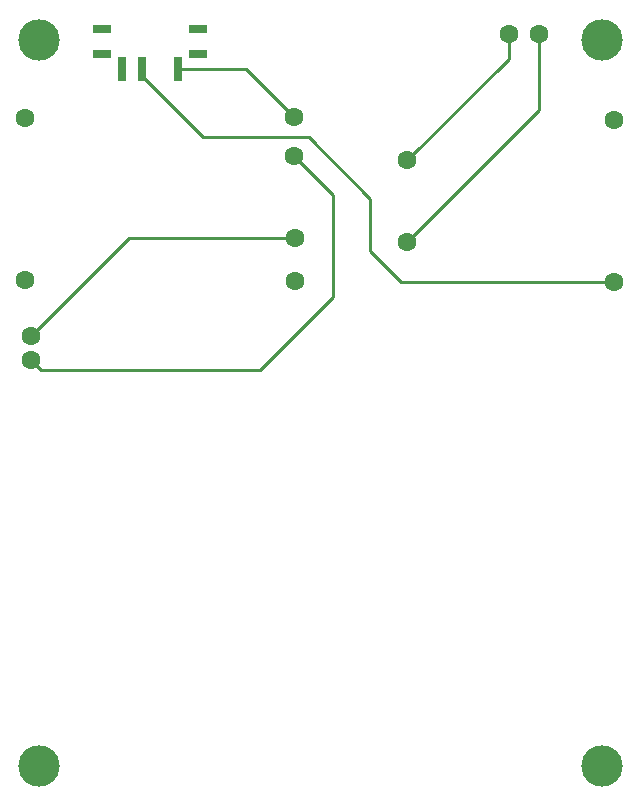
<source format=gbr>
G04 #@! TF.GenerationSoftware,KiCad,Pcbnew,5.0.2+dfsg1-1~bpo9+1*
G04 #@! TF.CreationDate,2019-07-11T09:36:16+01:00*
G04 #@! TF.ProjectId,arduboy_with_flashcart_port_smd_back,61726475-626f-4795-9f77-6974685f666c,rev?*
G04 #@! TF.SameCoordinates,Original*
G04 #@! TF.FileFunction,Copper,L1,Top*
G04 #@! TF.FilePolarity,Positive*
%FSLAX46Y46*%
G04 Gerber Fmt 4.6, Leading zero omitted, Abs format (unit mm)*
G04 Created by KiCad (PCBNEW 5.0.2+dfsg1-1~bpo9+1) date Thu 11 Jul 2019 09:36:16 BST*
%MOMM*%
%LPD*%
G01*
G04 APERTURE LIST*
G04 #@! TA.AperFunction,ComponentPad*
%ADD10C,1.600000*%
G04 #@! TD*
G04 #@! TA.AperFunction,ComponentPad*
%ADD11C,3.500000*%
G04 #@! TD*
G04 #@! TA.AperFunction,SMDPad,CuDef*
%ADD12R,0.800000X2.000000*%
G04 #@! TD*
G04 #@! TA.AperFunction,SMDPad,CuDef*
%ADD13R,1.500000X0.800000*%
G04 #@! TD*
G04 #@! TA.AperFunction,Conductor*
%ADD14C,0.250000*%
G04 #@! TD*
G04 APERTURE END LIST*
D10*
G04 #@! TO.P,U1,1*
G04 #@! TO.N,Net-(SW1-Pad2)*
X97993200Y-82727800D03*
G04 #@! TO.P,U1,2*
G04 #@! TO.N,Net-(U1-Pad2)*
X97993200Y-69011800D03*
G04 #@! TO.P,U1,3*
G04 #@! TO.N,Net-(U1-Pad3)*
X80479900Y-79324200D03*
G04 #@! TO.P,U1,4*
G04 #@! TO.N,Net-(U1-Pad4)*
X80479900Y-72415400D03*
G04 #@! TD*
D11*
G04 #@! TO.P,U2,1*
G04 #@! TO.N,Net-(U2-Pad1)*
X49339500Y-123698000D03*
G04 #@! TD*
G04 #@! TO.P,U5,1*
G04 #@! TO.N,Net-(U5-Pad1)*
X49339500Y-62230000D03*
G04 #@! TD*
G04 #@! TO.P,U6,1*
G04 #@! TO.N,Net-(U6-Pad1)*
X97015300Y-123698000D03*
G04 #@! TD*
G04 #@! TO.P,U7,1*
G04 #@! TO.N,Net-(U7-Pad1)*
X97015300Y-62204600D03*
G04 #@! TD*
D10*
G04 #@! TO.P,U8,1*
G04 #@! TO.N,Net-(U1-Pad3)*
X91630500Y-61671200D03*
G04 #@! TO.P,U8,2*
G04 #@! TO.N,Net-(U1-Pad4)*
X89090500Y-61671200D03*
G04 #@! TD*
G04 #@! TO.P,U3,1*
G04 #@! TO.N,Net-(U3-Pad1)*
X48666400Y-87312500D03*
G04 #@! TO.P,U3,2*
G04 #@! TO.N,Net-(U3-Pad2)*
X48666400Y-89344500D03*
G04 #@! TD*
D12*
G04 #@! TO.P,SW1,1*
G04 #@! TO.N,Net-(SW1-Pad1)*
X61099700Y-64706500D03*
G04 #@! TO.P,SW1,3*
G04 #@! TO.N,Net-(SW1-Pad3)*
X56388000Y-64706500D03*
G04 #@! TO.P,SW1,2*
G04 #@! TO.N,Net-(SW1-Pad2)*
X58089800Y-64706500D03*
D13*
G04 #@! TO.P,SW1,4*
G04 #@! TO.N,N/C*
X54660800Y-63373000D03*
X54673500Y-61264800D03*
X62826900Y-63385700D03*
X62826900Y-61264800D03*
G04 #@! TD*
D10*
G04 #@! TO.P,U4,1*
G04 #@! TO.N,Net-(U4-Pad1)*
X48133000Y-68846700D03*
G04 #@! TO.P,U4,2*
G04 #@! TO.N,Net-(U4-Pad2)*
X48120300Y-82562700D03*
G04 #@! TO.P,U4,3*
G04 #@! TO.N,Net-(SW1-Pad1)*
X70916800Y-68770500D03*
G04 #@! TO.P,U4,4*
G04 #@! TO.N,Net-(U3-Pad2)*
X70916800Y-72021700D03*
G04 #@! TO.P,U4,6*
G04 #@! TO.N,Net-(U1-Pad2)*
X70980300Y-82626200D03*
G04 #@! TO.P,U4,5*
G04 #@! TO.N,Net-(U3-Pad1)*
X70980300Y-79006700D03*
G04 #@! TD*
D14*
G04 #@! TO.N,Net-(SW1-Pad1)*
X66852800Y-64706500D02*
X61099700Y-64706500D01*
X70916800Y-68770500D02*
X66852800Y-64706500D01*
G04 #@! TO.N,Net-(U1-Pad3)*
X91630500Y-68173600D02*
X80479900Y-79324200D01*
X91630500Y-61671200D02*
X91630500Y-68173600D01*
G04 #@! TO.N,Net-(SW1-Pad2)*
X58089800Y-65306500D02*
X63255600Y-70472300D01*
X58089800Y-64706500D02*
X58089800Y-65306500D01*
X63255600Y-70472300D02*
X72174100Y-70472300D01*
X72174100Y-70472300D02*
X77355700Y-75653900D01*
X77355700Y-75653900D02*
X77355700Y-80124300D01*
X79959200Y-82727800D02*
X97993200Y-82727800D01*
X77355700Y-80124300D02*
X79959200Y-82727800D01*
G04 #@! TO.N,Net-(U3-Pad1)*
X56972200Y-79006700D02*
X48666400Y-87312500D01*
X70980300Y-79006700D02*
X56972200Y-79006700D01*
G04 #@! TO.N,Net-(U3-Pad2)*
X49466399Y-90144499D02*
X68084801Y-90144499D01*
X48666400Y-89344500D02*
X49466399Y-90144499D01*
X68084801Y-90144499D02*
X74244200Y-83985100D01*
X74244200Y-75349100D02*
X70916800Y-72021700D01*
X74244200Y-83985100D02*
X74244200Y-75349100D01*
G04 #@! TO.N,Net-(U1-Pad4)*
X89090500Y-63804800D02*
X89090500Y-61671200D01*
X80479900Y-72415400D02*
X89090500Y-63804800D01*
G04 #@! TD*
M02*

</source>
